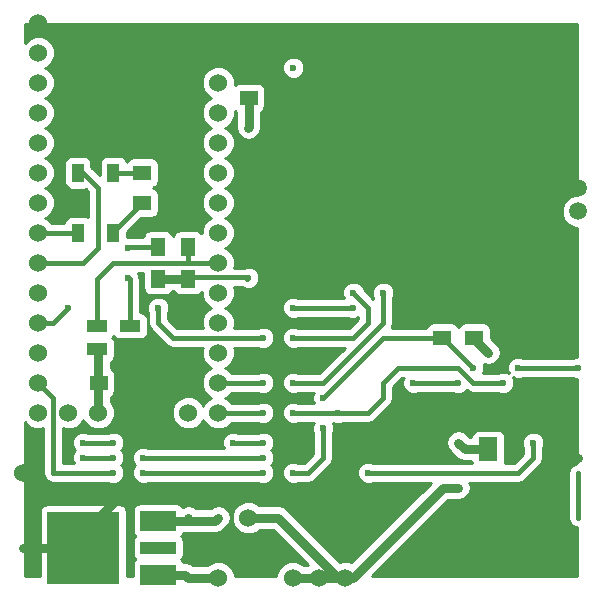
<source format=gbl>
G04 #@! TF.FileFunction,Copper,L2,Bot,Signal*
%FSLAX46Y46*%
G04 Gerber Fmt 4.6, Leading zero omitted, Abs format (unit mm)*
G04 Created by KiCad (PCBNEW 4.0.2-stable) date Saturday, 16 July 2016 'pmt' 14:41:27*
%MOMM*%
G01*
G04 APERTURE LIST*
%ADD10C,0.100000*%
%ADD11C,1.500000*%
%ADD12R,1.000000X1.600000*%
%ADD13R,1.500000X1.300000*%
%ADD14R,1.300000X1.500000*%
%ADD15C,1.524000*%
%ADD16R,1.800000X1.000000*%
%ADD17R,3.048000X1.000000*%
%ADD18R,3.048000X1.651000*%
%ADD19R,6.096000X6.096000*%
%ADD20R,1.500000X1.250000*%
%ADD21R,1.600000X2.000000*%
%ADD22C,0.600000*%
%ADD23C,0.400000*%
%ADD24C,0.800000*%
%ADD25C,0.250000*%
%ADD26C,0.254000*%
G04 APERTURE END LIST*
D10*
D11*
X95250000Y-38100000D03*
X95250000Y-40100000D03*
D12*
X52880000Y-41910000D03*
X55880000Y-41910000D03*
X52880000Y-36830000D03*
X55880000Y-36830000D03*
D13*
X58340000Y-39370000D03*
X61040000Y-39370000D03*
X58340000Y-36830000D03*
X61040000Y-36830000D03*
X86440000Y-50800000D03*
X83740000Y-50800000D03*
D14*
X62230000Y-45800000D03*
X62230000Y-43100000D03*
X59690000Y-45800000D03*
X59690000Y-43100000D03*
D15*
X49530000Y-24130000D03*
X49530000Y-26670000D03*
X49530000Y-29210000D03*
X49530000Y-31750000D03*
X49530000Y-34290000D03*
X49530000Y-36830000D03*
X49530000Y-39370000D03*
X49530000Y-41910000D03*
X49530000Y-44450000D03*
X49530000Y-46990000D03*
X49530000Y-49530000D03*
X49530000Y-52070000D03*
X49530000Y-54610000D03*
X49530000Y-57150000D03*
X64770000Y-57150000D03*
X64770000Y-54610000D03*
X64770000Y-52070000D03*
X64770000Y-49530000D03*
X64770000Y-46990000D03*
X64770000Y-44450000D03*
X64770000Y-41910000D03*
X64770000Y-39370000D03*
X64770000Y-36830000D03*
X64770000Y-34290000D03*
X64770000Y-31750000D03*
X64770000Y-29210000D03*
X54610000Y-57150000D03*
X62230000Y-57150000D03*
X64770000Y-26670000D03*
X57150000Y-57150000D03*
X52070000Y-57150000D03*
D16*
X54480000Y-51800000D03*
X54480000Y-49800000D03*
X57280000Y-49800000D03*
X57280000Y-51800000D03*
D17*
X59690000Y-68580000D03*
D18*
X59690000Y-66294000D03*
D19*
X53340000Y-68580000D03*
D18*
X59690000Y-70866000D03*
D20*
X54630000Y-54610000D03*
X57130000Y-54610000D03*
D21*
X87630000Y-60230000D03*
X87630000Y-64230000D03*
D20*
X67330000Y-30480000D03*
X69830000Y-30480000D03*
D15*
X48260000Y-62230000D03*
X74930000Y-66040000D03*
X73660000Y-63500000D03*
X76200000Y-63500000D03*
X75530000Y-71120000D03*
X73290000Y-71120000D03*
X67310000Y-66040000D03*
X71050000Y-71120000D03*
X64770000Y-71120000D03*
D22*
X71120000Y-27940000D03*
X93980000Y-59690000D03*
X95250000Y-60960000D03*
X92710000Y-60960000D03*
X87630000Y-69850000D03*
X88900000Y-38100000D03*
X78740000Y-40640000D03*
X48260000Y-68580000D03*
X69850000Y-63500000D03*
X72390000Y-26670000D03*
X71120000Y-26670000D03*
X62230000Y-71120000D03*
X85090000Y-63500000D03*
X67310000Y-45720000D03*
X67310000Y-33020000D03*
X85090000Y-59690000D03*
X62230000Y-66040000D03*
X64770000Y-66040000D03*
X87630000Y-52070000D03*
X53340000Y-59690000D03*
X55880000Y-59690000D03*
X66040000Y-59690000D03*
X68580000Y-59690000D03*
X81280000Y-54610000D03*
X85090000Y-54610000D03*
X73660000Y-55880000D03*
X73660000Y-58420000D03*
X71120000Y-62230000D03*
X68580000Y-62230000D03*
X58420000Y-62230000D03*
X55880000Y-62230000D03*
X86360000Y-53340000D03*
X74930000Y-57150000D03*
X88900000Y-54610000D03*
X71120000Y-57150000D03*
X68580000Y-57150000D03*
X95250000Y-53340000D03*
X90170000Y-53340000D03*
X71120000Y-48260000D03*
X76200000Y-48260000D03*
X77470000Y-62230000D03*
X91440000Y-59690000D03*
X68580000Y-60960000D03*
X58420000Y-60960000D03*
X55880000Y-60960000D03*
X53340000Y-60960000D03*
X52070000Y-48260000D03*
X59690000Y-48260000D03*
X68580000Y-50800000D03*
X71120000Y-50800000D03*
X76200000Y-46990000D03*
X68580000Y-54610000D03*
X71120000Y-54610000D03*
X78740000Y-46990000D03*
X57150000Y-43180000D03*
X57150000Y-45720000D03*
D23*
X95250000Y-62230000D02*
X95250000Y-64770000D01*
X95250000Y-64770000D02*
X95250000Y-66040000D01*
D24*
X92710000Y-60960000D02*
X95250000Y-60960000D01*
X87630000Y-64230000D02*
X87630000Y-69850000D01*
X61040000Y-36830000D02*
X61040000Y-27860000D01*
X62230000Y-26670000D02*
X64770000Y-26670000D01*
X61040000Y-27860000D02*
X62230000Y-26670000D01*
X61040000Y-39370000D02*
X61040000Y-36830000D01*
X57150000Y-57150000D02*
X57150000Y-51930000D01*
X57150000Y-51930000D02*
X57280000Y-51800000D01*
X53340000Y-68580000D02*
X48260000Y-68580000D01*
X57150000Y-63500000D02*
X69850000Y-63500000D01*
X53340000Y-68580000D02*
X53340000Y-67310000D01*
X53340000Y-67310000D02*
X57150000Y-63500000D01*
X57150000Y-63500000D02*
X57150000Y-57150000D01*
X68580000Y-26670000D02*
X72390000Y-26670000D01*
X69850000Y-26670000D02*
X64770000Y-26670000D01*
X69850000Y-63500000D02*
X69850000Y-26670000D01*
X64770000Y-26670000D02*
X71120000Y-26670000D01*
X64770000Y-71120000D02*
X62230000Y-71120000D01*
X61976000Y-70866000D02*
X59690000Y-70866000D01*
X62230000Y-71120000D02*
X61976000Y-70866000D01*
X83820000Y-63500000D02*
X85090000Y-63500000D01*
X76200000Y-71120000D02*
X83820000Y-63500000D01*
X75530000Y-71120000D02*
X76200000Y-71120000D01*
D23*
X60960000Y-45700000D02*
X67230000Y-45700000D01*
X67230000Y-45800000D02*
X67310000Y-45720000D01*
D24*
X75530000Y-71120000D02*
X73290000Y-71120000D01*
X73290000Y-71120000D02*
X71050000Y-71120000D01*
X75530000Y-71120000D02*
X74930000Y-71120000D01*
X74930000Y-71120000D02*
X69850000Y-66040000D01*
X69850000Y-66040000D02*
X67310000Y-66040000D01*
X67330000Y-30480000D02*
X67330000Y-33000000D01*
X67330000Y-33000000D02*
X67310000Y-33020000D01*
X87630000Y-60230000D02*
X85630000Y-60230000D01*
X85630000Y-60230000D02*
X85090000Y-59690000D01*
X59690000Y-45800000D02*
X60960000Y-45800000D01*
X60960000Y-45800000D02*
X62230000Y-45800000D01*
X54610000Y-57150000D02*
X54610000Y-51930000D01*
X54610000Y-51930000D02*
X54480000Y-51800000D01*
X62230000Y-66040000D02*
X62230000Y-66294000D01*
X62230000Y-66294000D02*
X62230000Y-66040000D01*
X62230000Y-66040000D02*
X62230000Y-66294000D01*
X62230000Y-66294000D02*
X64516000Y-66294000D01*
X59690000Y-66294000D02*
X62230000Y-66294000D01*
X64516000Y-66294000D02*
X64770000Y-66040000D01*
X86440000Y-50800000D02*
X86440000Y-50880000D01*
X86440000Y-50880000D02*
X87630000Y-52070000D01*
D23*
X49530000Y-41910000D02*
X52880000Y-41910000D01*
X55880000Y-41910000D02*
X55880000Y-41830000D01*
X55880000Y-41830000D02*
X58340000Y-39370000D01*
X52880000Y-36830000D02*
X53340000Y-36830000D01*
X53340000Y-36830000D02*
X54610000Y-38100000D01*
X54610000Y-38100000D02*
X54610000Y-43180000D01*
X54610000Y-43180000D02*
X53340000Y-44450000D01*
X53340000Y-44450000D02*
X49530000Y-44450000D01*
X55880000Y-36830000D02*
X58340000Y-36830000D01*
X53340000Y-59690000D02*
X55880000Y-59690000D01*
X66040000Y-59690000D02*
X68580000Y-59690000D01*
X81280000Y-54610000D02*
X85090000Y-54610000D01*
X71120000Y-62230000D02*
X72390000Y-62230000D01*
X72390000Y-62230000D02*
X73660000Y-60960000D01*
X73660000Y-60960000D02*
X73660000Y-58420000D01*
X49530000Y-54610000D02*
X50800000Y-55880000D01*
X78740000Y-50800000D02*
X83740000Y-50800000D01*
X73660000Y-55880000D02*
X78740000Y-50800000D01*
X73660000Y-60960000D02*
X73660000Y-58420000D01*
X58420000Y-62230000D02*
X68580000Y-62230000D01*
X50800000Y-62230000D02*
X55880000Y-62230000D01*
X50800000Y-55880000D02*
X50800000Y-62230000D01*
D25*
X83740000Y-50800000D02*
X83820000Y-50800000D01*
D23*
X83820000Y-50800000D02*
X86360000Y-53340000D01*
X71120000Y-57150000D02*
X74930000Y-57150000D01*
X74930000Y-57150000D02*
X77470000Y-57150000D01*
X88900000Y-54610000D02*
X86360000Y-54610000D01*
X86360000Y-54610000D02*
X85090000Y-53340000D01*
X64770000Y-57150000D02*
X68580000Y-57150000D01*
X81280000Y-53340000D02*
X85090000Y-53340000D01*
X80010000Y-53340000D02*
X81280000Y-53340000D01*
X78740000Y-54610000D02*
X80010000Y-53340000D01*
X78740000Y-55880000D02*
X78740000Y-54610000D01*
X77470000Y-57150000D02*
X78740000Y-55880000D01*
X95250000Y-53340000D02*
X90170000Y-53340000D01*
X71120000Y-48260000D02*
X76200000Y-48260000D01*
X77470000Y-62230000D02*
X90170000Y-62230000D01*
X90170000Y-62230000D02*
X91440000Y-60960000D01*
X91440000Y-60960000D02*
X91440000Y-59690000D01*
X58420000Y-60960000D02*
X68580000Y-60960000D01*
X53340000Y-60960000D02*
X55880000Y-60960000D01*
X50800000Y-49530000D02*
X49530000Y-49530000D01*
X52070000Y-48260000D02*
X50800000Y-49530000D01*
X59690000Y-49530000D02*
X59690000Y-48260000D01*
X60960000Y-50800000D02*
X59690000Y-49530000D01*
X68580000Y-50800000D02*
X60960000Y-50800000D01*
X76200000Y-50800000D02*
X71120000Y-50800000D01*
X77470000Y-49530000D02*
X76200000Y-50800000D01*
X77470000Y-48260000D02*
X77470000Y-49530000D01*
X76200000Y-46990000D02*
X77470000Y-48260000D01*
X71120000Y-54610000D02*
X73660000Y-54610000D01*
X68580000Y-54610000D02*
X64770000Y-54610000D01*
X78740000Y-49530000D02*
X78740000Y-46990000D01*
X73660000Y-54610000D02*
X78740000Y-49530000D01*
X59690000Y-43100000D02*
X57230000Y-43100000D01*
X57230000Y-43100000D02*
X57150000Y-43180000D01*
X57280000Y-49800000D02*
X57280000Y-45850000D01*
X57280000Y-45850000D02*
X57150000Y-45720000D01*
X62230000Y-43100000D02*
X62230000Y-44450000D01*
X55880000Y-44450000D02*
X62230000Y-44450000D01*
X62230000Y-44450000D02*
X64770000Y-44450000D01*
X54480000Y-45850000D02*
X55880000Y-44450000D01*
X54480000Y-49800000D02*
X54480000Y-45850000D01*
D26*
G36*
X95123000Y-38714889D02*
X94975715Y-38714760D01*
X94466485Y-38925169D01*
X94076539Y-39314436D01*
X93865241Y-39823298D01*
X93864760Y-40374285D01*
X94075169Y-40883515D01*
X94464436Y-41273461D01*
X94973298Y-41484759D01*
X95123000Y-41484890D01*
X95123000Y-52404889D01*
X95064833Y-52404838D01*
X94822422Y-52505000D01*
X90597234Y-52505000D01*
X90356799Y-52405162D01*
X89984833Y-52404838D01*
X89641057Y-52546883D01*
X89377808Y-52809673D01*
X89235162Y-53153201D01*
X89234838Y-53525167D01*
X89340310Y-53780430D01*
X89086799Y-53675162D01*
X88714833Y-53674838D01*
X88472422Y-53775000D01*
X87191775Y-53775000D01*
X87294838Y-53526799D01*
X87295162Y-53154833D01*
X87242743Y-53027969D01*
X87630000Y-53105001D01*
X88026077Y-53026215D01*
X88361855Y-52801855D01*
X88586215Y-52466077D01*
X88665001Y-52070000D01*
X88586215Y-51673923D01*
X88361855Y-51338144D01*
X87837440Y-50813729D01*
X87837440Y-50150000D01*
X87793162Y-49914683D01*
X87654090Y-49698559D01*
X87441890Y-49553569D01*
X87190000Y-49502560D01*
X85690000Y-49502560D01*
X85454683Y-49546838D01*
X85238559Y-49685910D01*
X85093569Y-49898110D01*
X85090919Y-49911197D01*
X84954090Y-49698559D01*
X84741890Y-49553569D01*
X84490000Y-49502560D01*
X82990000Y-49502560D01*
X82754683Y-49546838D01*
X82538559Y-49685910D01*
X82393569Y-49898110D01*
X82380023Y-49965000D01*
X79434292Y-49965000D01*
X79511439Y-49849541D01*
X79575000Y-49530000D01*
X79575000Y-47417234D01*
X79674838Y-47176799D01*
X79675162Y-46804833D01*
X79533117Y-46461057D01*
X79270327Y-46197808D01*
X78926799Y-46055162D01*
X78554833Y-46054838D01*
X78211057Y-46196883D01*
X77947808Y-46459673D01*
X77805162Y-46803201D01*
X77804838Y-47175167D01*
X77905000Y-47417578D01*
X77905000Y-47514132D01*
X77092535Y-46701667D01*
X76993117Y-46461057D01*
X76730327Y-46197808D01*
X76386799Y-46055162D01*
X76014833Y-46054838D01*
X75671057Y-46196883D01*
X75407808Y-46459673D01*
X75265162Y-46803201D01*
X75264838Y-47175167D01*
X75368067Y-47425000D01*
X71547234Y-47425000D01*
X71306799Y-47325162D01*
X70934833Y-47324838D01*
X70591057Y-47466883D01*
X70327808Y-47729673D01*
X70185162Y-48073201D01*
X70184838Y-48445167D01*
X70326883Y-48788943D01*
X70589673Y-49052192D01*
X70933201Y-49194838D01*
X71305167Y-49195162D01*
X71547578Y-49095000D01*
X75772766Y-49095000D01*
X76013201Y-49194838D01*
X76385167Y-49195162D01*
X76635000Y-49091933D01*
X76635000Y-49184132D01*
X75854132Y-49965000D01*
X71547234Y-49965000D01*
X71306799Y-49865162D01*
X70934833Y-49864838D01*
X70591057Y-50006883D01*
X70327808Y-50269673D01*
X70185162Y-50613201D01*
X70184838Y-50985167D01*
X70326883Y-51328943D01*
X70589673Y-51592192D01*
X70933201Y-51734838D01*
X71305167Y-51735162D01*
X71547578Y-51635000D01*
X75454132Y-51635000D01*
X73314132Y-53775000D01*
X71547234Y-53775000D01*
X71306799Y-53675162D01*
X70934833Y-53674838D01*
X70591057Y-53816883D01*
X70327808Y-54079673D01*
X70185162Y-54423201D01*
X70184838Y-54795167D01*
X70326883Y-55138943D01*
X70589673Y-55402192D01*
X70933201Y-55544838D01*
X71305167Y-55545162D01*
X71547578Y-55445000D01*
X72828225Y-55445000D01*
X72725162Y-55693201D01*
X72724838Y-56065167D01*
X72828067Y-56315000D01*
X71547234Y-56315000D01*
X71306799Y-56215162D01*
X70934833Y-56214838D01*
X70591057Y-56356883D01*
X70327808Y-56619673D01*
X70185162Y-56963201D01*
X70184838Y-57335167D01*
X70326883Y-57678943D01*
X70589673Y-57942192D01*
X70933201Y-58084838D01*
X71305167Y-58085162D01*
X71547578Y-57985000D01*
X72828225Y-57985000D01*
X72725162Y-58233201D01*
X72724838Y-58605167D01*
X72825000Y-58847578D01*
X72825000Y-60614132D01*
X72044132Y-61395000D01*
X71547234Y-61395000D01*
X71306799Y-61295162D01*
X70934833Y-61294838D01*
X70591057Y-61436883D01*
X70327808Y-61699673D01*
X70185162Y-62043201D01*
X70184838Y-62415167D01*
X70326883Y-62758943D01*
X70589673Y-63022192D01*
X70933201Y-63164838D01*
X71305167Y-63165162D01*
X71547578Y-63065000D01*
X72390000Y-63065000D01*
X72709541Y-63001439D01*
X72980434Y-62820434D01*
X74250434Y-61550434D01*
X74291521Y-61488943D01*
X74431439Y-61279541D01*
X74495000Y-60960000D01*
X74495000Y-58847234D01*
X74594838Y-58606799D01*
X74595162Y-58234833D01*
X74491933Y-57985000D01*
X74502766Y-57985000D01*
X74743201Y-58084838D01*
X75115167Y-58085162D01*
X75357578Y-57985000D01*
X77470000Y-57985000D01*
X77789541Y-57921439D01*
X78060434Y-57740434D01*
X79330434Y-56470434D01*
X79371521Y-56408943D01*
X79511439Y-56199541D01*
X79575000Y-55880000D01*
X79575000Y-54955868D01*
X80355868Y-54175000D01*
X80448225Y-54175000D01*
X80345162Y-54423201D01*
X80344838Y-54795167D01*
X80486883Y-55138943D01*
X80749673Y-55402192D01*
X81093201Y-55544838D01*
X81465167Y-55545162D01*
X81707578Y-55445000D01*
X84662766Y-55445000D01*
X84903201Y-55544838D01*
X85275167Y-55545162D01*
X85618943Y-55403117D01*
X85800964Y-55221413D01*
X86040459Y-55381439D01*
X86360000Y-55445000D01*
X88472766Y-55445000D01*
X88713201Y-55544838D01*
X89085167Y-55545162D01*
X89428943Y-55403117D01*
X89692192Y-55140327D01*
X89834838Y-54796799D01*
X89835162Y-54424833D01*
X89729690Y-54169570D01*
X89983201Y-54274838D01*
X90355167Y-54275162D01*
X90597578Y-54175000D01*
X94822766Y-54175000D01*
X95063201Y-54274838D01*
X95123000Y-54274890D01*
X95123000Y-61420262D01*
X94930459Y-61458561D01*
X94659566Y-61639566D01*
X94478561Y-61910459D01*
X94415000Y-62230000D01*
X94415000Y-66040000D01*
X94478561Y-66359541D01*
X94659566Y-66630434D01*
X94930459Y-66811439D01*
X95123000Y-66849738D01*
X95123000Y-70993000D01*
X77790712Y-70993000D01*
X84248711Y-64535000D01*
X85090000Y-64535000D01*
X85486077Y-64456215D01*
X85821856Y-64231856D01*
X86046215Y-63896077D01*
X86125000Y-63500000D01*
X86046215Y-63103923D01*
X86020208Y-63065000D01*
X90170000Y-63065000D01*
X90489541Y-63001439D01*
X90760434Y-62820434D01*
X92030434Y-61550434D01*
X92071521Y-61488943D01*
X92211439Y-61279541D01*
X92275000Y-60960000D01*
X92275000Y-60117234D01*
X92374838Y-59876799D01*
X92375162Y-59504833D01*
X92233117Y-59161057D01*
X91970327Y-58897808D01*
X91626799Y-58755162D01*
X91254833Y-58754838D01*
X90911057Y-58896883D01*
X90647808Y-59159673D01*
X90505162Y-59503201D01*
X90504838Y-59875167D01*
X90605000Y-60117578D01*
X90605000Y-60614132D01*
X89824132Y-61395000D01*
X89044027Y-61395000D01*
X89077440Y-61230000D01*
X89077440Y-59230000D01*
X89033162Y-58994683D01*
X88894090Y-58778559D01*
X88681890Y-58633569D01*
X88430000Y-58582560D01*
X86830000Y-58582560D01*
X86594683Y-58626838D01*
X86378559Y-58765910D01*
X86233569Y-58978110D01*
X86189648Y-59195000D01*
X86058712Y-59195000D01*
X85821856Y-58958144D01*
X85486077Y-58733785D01*
X85090000Y-58654999D01*
X84693923Y-58733785D01*
X84358144Y-58958144D01*
X84133785Y-59293923D01*
X84054999Y-59690000D01*
X84133785Y-60086077D01*
X84358144Y-60421856D01*
X84898142Y-60961853D01*
X84898144Y-60961856D01*
X85099429Y-61096349D01*
X85233922Y-61186215D01*
X85630000Y-61265000D01*
X86189146Y-61265000D01*
X86213607Y-61395000D01*
X77897234Y-61395000D01*
X77656799Y-61295162D01*
X77284833Y-61294838D01*
X76941057Y-61436883D01*
X76677808Y-61699673D01*
X76535162Y-62043201D01*
X76534838Y-62415167D01*
X76676883Y-62758943D01*
X76939673Y-63022192D01*
X77283201Y-63164838D01*
X77655167Y-63165162D01*
X77897578Y-63065000D01*
X82791289Y-63065000D01*
X76037998Y-69818290D01*
X75809100Y-69723243D01*
X75253339Y-69722758D01*
X75071573Y-69797862D01*
X70581856Y-65308144D01*
X70246077Y-65083785D01*
X69850000Y-65004999D01*
X69849995Y-65005000D01*
X68250740Y-65005000D01*
X68102370Y-64856371D01*
X67589100Y-64643243D01*
X67033339Y-64642758D01*
X66519697Y-64854990D01*
X66126371Y-65247630D01*
X65913243Y-65760900D01*
X65912758Y-66316661D01*
X66124990Y-66830303D01*
X66517630Y-67223629D01*
X67030900Y-67436757D01*
X67586661Y-67437242D01*
X68100303Y-67225010D01*
X68250575Y-67075000D01*
X69421288Y-67075000D01*
X72390393Y-70044104D01*
X72349425Y-70085000D01*
X71990740Y-70085000D01*
X71842370Y-69936371D01*
X71329100Y-69723243D01*
X70773339Y-69722758D01*
X70259697Y-69934990D01*
X69866371Y-70327630D01*
X69653243Y-70840900D01*
X69653110Y-70993000D01*
X66167111Y-70993000D01*
X66167242Y-70843339D01*
X65955010Y-70329697D01*
X65562370Y-69936371D01*
X65049100Y-69723243D01*
X64493339Y-69722758D01*
X63979697Y-69934990D01*
X63829425Y-70085000D01*
X62634306Y-70085000D01*
X62372077Y-69909785D01*
X61976000Y-69830999D01*
X61975995Y-69831000D01*
X61822020Y-69831000D01*
X61817162Y-69805183D01*
X61678090Y-69589059D01*
X61638061Y-69561708D01*
X61665441Y-69544090D01*
X61810431Y-69331890D01*
X61861440Y-69080000D01*
X61861440Y-68080000D01*
X61817162Y-67844683D01*
X61678090Y-67628559D01*
X61638061Y-67601208D01*
X61665441Y-67583590D01*
X61810431Y-67371390D01*
X61819015Y-67329000D01*
X64515995Y-67329000D01*
X64516000Y-67329001D01*
X64912077Y-67250215D01*
X65247856Y-67025856D01*
X65501855Y-66771856D01*
X65726215Y-66436078D01*
X65805001Y-66040000D01*
X65726215Y-65643923D01*
X65501855Y-65308145D01*
X65166077Y-65083785D01*
X64770000Y-65004999D01*
X64373922Y-65083785D01*
X64111695Y-65259000D01*
X62888306Y-65259000D01*
X62626077Y-65083785D01*
X62230000Y-65005000D01*
X61833923Y-65083785D01*
X61754972Y-65136538D01*
X61678090Y-65017059D01*
X61465890Y-64872069D01*
X61214000Y-64821060D01*
X58166000Y-64821060D01*
X57930683Y-64865338D01*
X57714559Y-65004410D01*
X57569569Y-65216610D01*
X57518560Y-65468500D01*
X57518560Y-67119500D01*
X57562838Y-67354817D01*
X57701910Y-67570941D01*
X57741939Y-67598292D01*
X57714559Y-67615910D01*
X57569569Y-67828110D01*
X57518560Y-68080000D01*
X57518560Y-69080000D01*
X57562838Y-69315317D01*
X57701910Y-69531441D01*
X57741939Y-69558792D01*
X57714559Y-69576410D01*
X57569569Y-69788610D01*
X57518560Y-70040500D01*
X57518560Y-70993000D01*
X57035440Y-70993000D01*
X57035440Y-65532000D01*
X56991162Y-65296683D01*
X56852090Y-65080559D01*
X56639890Y-64935569D01*
X56388000Y-64884560D01*
X50292000Y-64884560D01*
X50056683Y-64928838D01*
X49840559Y-65067910D01*
X49695569Y-65280110D01*
X49644560Y-65532000D01*
X49644560Y-70993000D01*
X48387000Y-70993000D01*
X48387000Y-57982386D01*
X48737630Y-58333629D01*
X49250900Y-58546757D01*
X49806661Y-58547242D01*
X49965000Y-58481818D01*
X49965000Y-62230000D01*
X50028561Y-62549541D01*
X50209566Y-62820434D01*
X50480459Y-63001439D01*
X50800000Y-63065000D01*
X55452766Y-63065000D01*
X55693201Y-63164838D01*
X56065167Y-63165162D01*
X56408943Y-63023117D01*
X56672192Y-62760327D01*
X56814838Y-62416799D01*
X56815162Y-62044833D01*
X56673117Y-61701057D01*
X56567290Y-61595046D01*
X56672192Y-61490327D01*
X56814838Y-61146799D01*
X56814839Y-61145167D01*
X57484838Y-61145167D01*
X57626883Y-61488943D01*
X57732710Y-61594954D01*
X57627808Y-61699673D01*
X57485162Y-62043201D01*
X57484838Y-62415167D01*
X57626883Y-62758943D01*
X57889673Y-63022192D01*
X58233201Y-63164838D01*
X58605167Y-63165162D01*
X58847578Y-63065000D01*
X68152766Y-63065000D01*
X68393201Y-63164838D01*
X68765167Y-63165162D01*
X69108943Y-63023117D01*
X69372192Y-62760327D01*
X69514838Y-62416799D01*
X69515162Y-62044833D01*
X69373117Y-61701057D01*
X69267290Y-61595046D01*
X69372192Y-61490327D01*
X69514838Y-61146799D01*
X69515162Y-60774833D01*
X69373117Y-60431057D01*
X69267290Y-60325046D01*
X69372192Y-60220327D01*
X69514838Y-59876799D01*
X69515162Y-59504833D01*
X69373117Y-59161057D01*
X69110327Y-58897808D01*
X68766799Y-58755162D01*
X68394833Y-58754838D01*
X68152422Y-58855000D01*
X66467234Y-58855000D01*
X66226799Y-58755162D01*
X65854833Y-58754838D01*
X65511057Y-58896883D01*
X65247808Y-59159673D01*
X65105162Y-59503201D01*
X65104838Y-59875167D01*
X65208067Y-60125000D01*
X58847234Y-60125000D01*
X58606799Y-60025162D01*
X58234833Y-60024838D01*
X57891057Y-60166883D01*
X57627808Y-60429673D01*
X57485162Y-60773201D01*
X57484838Y-61145167D01*
X56814839Y-61145167D01*
X56815162Y-60774833D01*
X56673117Y-60431057D01*
X56567290Y-60325046D01*
X56672192Y-60220327D01*
X56814838Y-59876799D01*
X56815162Y-59504833D01*
X56673117Y-59161057D01*
X56410327Y-58897808D01*
X56066799Y-58755162D01*
X55694833Y-58754838D01*
X55452422Y-58855000D01*
X53767234Y-58855000D01*
X53526799Y-58755162D01*
X53154833Y-58754838D01*
X52811057Y-58896883D01*
X52547808Y-59159673D01*
X52405162Y-59503201D01*
X52404838Y-59875167D01*
X52546883Y-60218943D01*
X52652710Y-60324954D01*
X52547808Y-60429673D01*
X52405162Y-60773201D01*
X52404838Y-61145167D01*
X52508067Y-61395000D01*
X51635000Y-61395000D01*
X51635000Y-58482022D01*
X51790900Y-58546757D01*
X52346661Y-58547242D01*
X52860303Y-58335010D01*
X53253629Y-57942370D01*
X53339949Y-57734488D01*
X53424990Y-57940303D01*
X53817630Y-58333629D01*
X54330900Y-58546757D01*
X54886661Y-58547242D01*
X55400303Y-58335010D01*
X55793629Y-57942370D01*
X56006757Y-57429100D01*
X56007242Y-56873339D01*
X55795010Y-56359697D01*
X55645000Y-56209425D01*
X55645000Y-55819062D01*
X55831441Y-55699090D01*
X55976431Y-55486890D01*
X56027440Y-55235000D01*
X56027440Y-53985000D01*
X55983162Y-53749683D01*
X55844090Y-53533559D01*
X55645000Y-53397527D01*
X55645000Y-52884062D01*
X55831441Y-52764090D01*
X55976431Y-52551890D01*
X56027440Y-52300000D01*
X56027440Y-51300000D01*
X55983162Y-51064683D01*
X55844090Y-50848559D01*
X55774289Y-50800866D01*
X55831441Y-50764090D01*
X55879134Y-50694289D01*
X55915910Y-50751441D01*
X56128110Y-50896431D01*
X56380000Y-50947440D01*
X58180000Y-50947440D01*
X58415317Y-50903162D01*
X58631441Y-50764090D01*
X58776431Y-50551890D01*
X58827440Y-50300000D01*
X58827440Y-49300000D01*
X58783162Y-49064683D01*
X58644090Y-48848559D01*
X58431890Y-48703569D01*
X58180000Y-48652560D01*
X58115000Y-48652560D01*
X58115000Y-45850000D01*
X58105054Y-45800000D01*
X58085019Y-45699273D01*
X58085162Y-45534833D01*
X57981933Y-45285000D01*
X58392560Y-45285000D01*
X58392560Y-46550000D01*
X58436838Y-46785317D01*
X58575910Y-47001441D01*
X58788110Y-47146431D01*
X59040000Y-47197440D01*
X60340000Y-47197440D01*
X60575317Y-47153162D01*
X60791441Y-47014090D01*
X60913808Y-46835000D01*
X61008808Y-46835000D01*
X61115910Y-47001441D01*
X61328110Y-47146431D01*
X61580000Y-47197440D01*
X62880000Y-47197440D01*
X63115317Y-47153162D01*
X63331441Y-47014090D01*
X63373032Y-46953220D01*
X63372758Y-47266661D01*
X63584990Y-47780303D01*
X63977630Y-48173629D01*
X64185512Y-48259949D01*
X63979697Y-48344990D01*
X63586371Y-48737630D01*
X63373243Y-49250900D01*
X63372758Y-49806661D01*
X63438182Y-49965000D01*
X61305868Y-49965000D01*
X60525000Y-49184132D01*
X60525000Y-48687234D01*
X60624838Y-48446799D01*
X60625162Y-48074833D01*
X60483117Y-47731057D01*
X60220327Y-47467808D01*
X59876799Y-47325162D01*
X59504833Y-47324838D01*
X59161057Y-47466883D01*
X58897808Y-47729673D01*
X58755162Y-48073201D01*
X58754838Y-48445167D01*
X58855000Y-48687578D01*
X58855000Y-49530000D01*
X58918561Y-49849541D01*
X59045822Y-50040000D01*
X59099566Y-50120434D01*
X60369566Y-51390434D01*
X60640459Y-51571439D01*
X60960000Y-51635000D01*
X63437978Y-51635000D01*
X63373243Y-51790900D01*
X63372758Y-52346661D01*
X63584990Y-52860303D01*
X63977630Y-53253629D01*
X64185512Y-53339949D01*
X63979697Y-53424990D01*
X63586371Y-53817630D01*
X63373243Y-54330900D01*
X63372758Y-54886661D01*
X63584990Y-55400303D01*
X63977630Y-55793629D01*
X64185512Y-55879949D01*
X63979697Y-55964990D01*
X63586371Y-56357630D01*
X63500051Y-56565512D01*
X63415010Y-56359697D01*
X63022370Y-55966371D01*
X62509100Y-55753243D01*
X61953339Y-55752758D01*
X61439697Y-55964990D01*
X61046371Y-56357630D01*
X60833243Y-56870900D01*
X60832758Y-57426661D01*
X61044990Y-57940303D01*
X61437630Y-58333629D01*
X61950900Y-58546757D01*
X62506661Y-58547242D01*
X63020303Y-58335010D01*
X63413629Y-57942370D01*
X63499949Y-57734488D01*
X63584990Y-57940303D01*
X63977630Y-58333629D01*
X64490900Y-58546757D01*
X65046661Y-58547242D01*
X65560303Y-58335010D01*
X65910925Y-57985000D01*
X68152766Y-57985000D01*
X68393201Y-58084838D01*
X68765167Y-58085162D01*
X69108943Y-57943117D01*
X69372192Y-57680327D01*
X69514838Y-57336799D01*
X69515162Y-56964833D01*
X69373117Y-56621057D01*
X69110327Y-56357808D01*
X68766799Y-56215162D01*
X68394833Y-56214838D01*
X68152422Y-56315000D01*
X65910391Y-56315000D01*
X65562370Y-55966371D01*
X65354488Y-55880051D01*
X65560303Y-55795010D01*
X65910925Y-55445000D01*
X68152766Y-55445000D01*
X68393201Y-55544838D01*
X68765167Y-55545162D01*
X69108943Y-55403117D01*
X69372192Y-55140327D01*
X69514838Y-54796799D01*
X69515162Y-54424833D01*
X69373117Y-54081057D01*
X69110327Y-53817808D01*
X68766799Y-53675162D01*
X68394833Y-53674838D01*
X68152422Y-53775000D01*
X65910391Y-53775000D01*
X65562370Y-53426371D01*
X65354488Y-53340051D01*
X65560303Y-53255010D01*
X65953629Y-52862370D01*
X66166757Y-52349100D01*
X66167242Y-51793339D01*
X66101818Y-51635000D01*
X68152766Y-51635000D01*
X68393201Y-51734838D01*
X68765167Y-51735162D01*
X69108943Y-51593117D01*
X69372192Y-51330327D01*
X69514838Y-50986799D01*
X69515162Y-50614833D01*
X69373117Y-50271057D01*
X69110327Y-50007808D01*
X68766799Y-49865162D01*
X68394833Y-49864838D01*
X68152422Y-49965000D01*
X66102022Y-49965000D01*
X66166757Y-49809100D01*
X66167242Y-49253339D01*
X65955010Y-48739697D01*
X65562370Y-48346371D01*
X65354488Y-48260051D01*
X65560303Y-48175010D01*
X65953629Y-47782370D01*
X66166757Y-47269100D01*
X66167242Y-46713339D01*
X66093554Y-46535000D01*
X66834600Y-46535000D01*
X66890933Y-46558391D01*
X66910460Y-46571439D01*
X66933292Y-46575981D01*
X67123201Y-46654838D01*
X67495167Y-46655162D01*
X67838943Y-46513117D01*
X68102192Y-46250327D01*
X68244838Y-45906799D01*
X68245162Y-45534833D01*
X68103117Y-45191057D01*
X67840327Y-44927808D01*
X67496799Y-44785162D01*
X67124833Y-44784838D01*
X66930826Y-44865000D01*
X66110326Y-44865000D01*
X66166757Y-44729100D01*
X66167242Y-44173339D01*
X65955010Y-43659697D01*
X65562370Y-43266371D01*
X65354488Y-43180051D01*
X65560303Y-43095010D01*
X65953629Y-42702370D01*
X66166757Y-42189100D01*
X66167242Y-41633339D01*
X65955010Y-41119697D01*
X65562370Y-40726371D01*
X65354488Y-40640051D01*
X65560303Y-40555010D01*
X65953629Y-40162370D01*
X66166757Y-39649100D01*
X66167242Y-39093339D01*
X65955010Y-38579697D01*
X65562370Y-38186371D01*
X65354488Y-38100051D01*
X65560303Y-38015010D01*
X65953629Y-37622370D01*
X66166757Y-37109100D01*
X66167242Y-36553339D01*
X65955010Y-36039697D01*
X65562370Y-35646371D01*
X65354488Y-35560051D01*
X65560303Y-35475010D01*
X65953629Y-35082370D01*
X66166757Y-34569100D01*
X66167242Y-34013339D01*
X65955010Y-33499697D01*
X65562370Y-33106371D01*
X65354488Y-33020051D01*
X65560303Y-32935010D01*
X65953629Y-32542370D01*
X66166757Y-32029100D01*
X66167139Y-31591444D01*
X66295000Y-31678808D01*
X66295000Y-32919450D01*
X66274999Y-33020000D01*
X66353785Y-33416077D01*
X66578144Y-33751856D01*
X66913923Y-33976215D01*
X67310000Y-34055001D01*
X67706077Y-33976215D01*
X68041856Y-33751856D01*
X68061853Y-33731858D01*
X68061856Y-33731856D01*
X68272852Y-33416077D01*
X68286215Y-33396078D01*
X68365000Y-33000000D01*
X68365000Y-31676192D01*
X68531441Y-31569090D01*
X68676431Y-31356890D01*
X68727440Y-31105000D01*
X68727440Y-29855000D01*
X68683162Y-29619683D01*
X68544090Y-29403559D01*
X68331890Y-29258569D01*
X68080000Y-29207560D01*
X66580000Y-29207560D01*
X66344683Y-29251838D01*
X66166864Y-29366261D01*
X66167242Y-28933339D01*
X65955010Y-28419697D01*
X65660994Y-28125167D01*
X70184838Y-28125167D01*
X70326883Y-28468943D01*
X70589673Y-28732192D01*
X70933201Y-28874838D01*
X71305167Y-28875162D01*
X71648943Y-28733117D01*
X71912192Y-28470327D01*
X72054838Y-28126799D01*
X72055162Y-27754833D01*
X71913117Y-27411057D01*
X71650327Y-27147808D01*
X71306799Y-27005162D01*
X70934833Y-27004838D01*
X70591057Y-27146883D01*
X70327808Y-27409673D01*
X70185162Y-27753201D01*
X70184838Y-28125167D01*
X65660994Y-28125167D01*
X65562370Y-28026371D01*
X65049100Y-27813243D01*
X64493339Y-27812758D01*
X63979697Y-28024990D01*
X63586371Y-28417630D01*
X63373243Y-28930900D01*
X63372758Y-29486661D01*
X63584990Y-30000303D01*
X63977630Y-30393629D01*
X64185512Y-30479949D01*
X63979697Y-30564990D01*
X63586371Y-30957630D01*
X63373243Y-31470900D01*
X63372758Y-32026661D01*
X63584990Y-32540303D01*
X63977630Y-32933629D01*
X64185512Y-33019949D01*
X63979697Y-33104990D01*
X63586371Y-33497630D01*
X63373243Y-34010900D01*
X63372758Y-34566661D01*
X63584990Y-35080303D01*
X63977630Y-35473629D01*
X64185512Y-35559949D01*
X63979697Y-35644990D01*
X63586371Y-36037630D01*
X63373243Y-36550900D01*
X63372758Y-37106661D01*
X63584990Y-37620303D01*
X63977630Y-38013629D01*
X64185512Y-38099949D01*
X63979697Y-38184990D01*
X63586371Y-38577630D01*
X63373243Y-39090900D01*
X63372758Y-39646661D01*
X63584990Y-40160303D01*
X63977630Y-40553629D01*
X64185512Y-40639949D01*
X63979697Y-40724990D01*
X63586371Y-41117630D01*
X63373243Y-41630900D01*
X63372970Y-41943440D01*
X63344090Y-41898559D01*
X63131890Y-41753569D01*
X62880000Y-41702560D01*
X61580000Y-41702560D01*
X61344683Y-41746838D01*
X61128559Y-41885910D01*
X60983569Y-42098110D01*
X60961007Y-42209523D01*
X60943162Y-42114683D01*
X60804090Y-41898559D01*
X60591890Y-41753569D01*
X60340000Y-41702560D01*
X59040000Y-41702560D01*
X58804683Y-41746838D01*
X58588559Y-41885910D01*
X58443569Y-42098110D01*
X58409773Y-42265000D01*
X57384574Y-42265000D01*
X57336799Y-42245162D01*
X57027440Y-42244893D01*
X57027440Y-41863428D01*
X58223428Y-40667440D01*
X59090000Y-40667440D01*
X59325317Y-40623162D01*
X59541441Y-40484090D01*
X59686431Y-40271890D01*
X59737440Y-40020000D01*
X59737440Y-38720000D01*
X59693162Y-38484683D01*
X59554090Y-38268559D01*
X59341890Y-38123569D01*
X59230477Y-38101007D01*
X59325317Y-38083162D01*
X59541441Y-37944090D01*
X59686431Y-37731890D01*
X59737440Y-37480000D01*
X59737440Y-36180000D01*
X59693162Y-35944683D01*
X59554090Y-35728559D01*
X59341890Y-35583569D01*
X59090000Y-35532560D01*
X57590000Y-35532560D01*
X57354683Y-35576838D01*
X57138559Y-35715910D01*
X57005094Y-35911242D01*
X56983162Y-35794683D01*
X56844090Y-35578559D01*
X56631890Y-35433569D01*
X56380000Y-35382560D01*
X55380000Y-35382560D01*
X55144683Y-35426838D01*
X54928559Y-35565910D01*
X54783569Y-35778110D01*
X54732560Y-36030000D01*
X54732560Y-37041692D01*
X54027440Y-36336572D01*
X54027440Y-36030000D01*
X53983162Y-35794683D01*
X53844090Y-35578559D01*
X53631890Y-35433569D01*
X53380000Y-35382560D01*
X52380000Y-35382560D01*
X52144683Y-35426838D01*
X51928559Y-35565910D01*
X51783569Y-35778110D01*
X51732560Y-36030000D01*
X51732560Y-37630000D01*
X51776838Y-37865317D01*
X51915910Y-38081441D01*
X52128110Y-38226431D01*
X52380000Y-38277440D01*
X53380000Y-38277440D01*
X53570691Y-38241559D01*
X53775000Y-38445868D01*
X53775000Y-40611352D01*
X53631890Y-40513569D01*
X53380000Y-40462560D01*
X52380000Y-40462560D01*
X52144683Y-40506838D01*
X51928559Y-40645910D01*
X51783569Y-40858110D01*
X51739648Y-41075000D01*
X50670391Y-41075000D01*
X50322370Y-40726371D01*
X50114488Y-40640051D01*
X50320303Y-40555010D01*
X50713629Y-40162370D01*
X50926757Y-39649100D01*
X50927242Y-39093339D01*
X50715010Y-38579697D01*
X50322370Y-38186371D01*
X50114488Y-38100051D01*
X50320303Y-38015010D01*
X50713629Y-37622370D01*
X50926757Y-37109100D01*
X50927242Y-36553339D01*
X50715010Y-36039697D01*
X50322370Y-35646371D01*
X50114488Y-35560051D01*
X50320303Y-35475010D01*
X50713629Y-35082370D01*
X50926757Y-34569100D01*
X50927242Y-34013339D01*
X50715010Y-33499697D01*
X50322370Y-33106371D01*
X50114488Y-33020051D01*
X50320303Y-32935010D01*
X50713629Y-32542370D01*
X50926757Y-32029100D01*
X50927242Y-31473339D01*
X50715010Y-30959697D01*
X50322370Y-30566371D01*
X50114488Y-30480051D01*
X50320303Y-30395010D01*
X50713629Y-30002370D01*
X50926757Y-29489100D01*
X50927242Y-28933339D01*
X50715010Y-28419697D01*
X50322370Y-28026371D01*
X50114488Y-27940051D01*
X50320303Y-27855010D01*
X50713629Y-27462370D01*
X50926757Y-26949100D01*
X50927242Y-26393339D01*
X50715010Y-25879697D01*
X50322370Y-25486371D01*
X49809100Y-25273243D01*
X49253339Y-25272758D01*
X48739697Y-25484990D01*
X48387000Y-25837072D01*
X48387000Y-24257000D01*
X95123000Y-24257000D01*
X95123000Y-38714889D01*
X95123000Y-38714889D01*
G37*
X95123000Y-38714889D02*
X94975715Y-38714760D01*
X94466485Y-38925169D01*
X94076539Y-39314436D01*
X93865241Y-39823298D01*
X93864760Y-40374285D01*
X94075169Y-40883515D01*
X94464436Y-41273461D01*
X94973298Y-41484759D01*
X95123000Y-41484890D01*
X95123000Y-52404889D01*
X95064833Y-52404838D01*
X94822422Y-52505000D01*
X90597234Y-52505000D01*
X90356799Y-52405162D01*
X89984833Y-52404838D01*
X89641057Y-52546883D01*
X89377808Y-52809673D01*
X89235162Y-53153201D01*
X89234838Y-53525167D01*
X89340310Y-53780430D01*
X89086799Y-53675162D01*
X88714833Y-53674838D01*
X88472422Y-53775000D01*
X87191775Y-53775000D01*
X87294838Y-53526799D01*
X87295162Y-53154833D01*
X87242743Y-53027969D01*
X87630000Y-53105001D01*
X88026077Y-53026215D01*
X88361855Y-52801855D01*
X88586215Y-52466077D01*
X88665001Y-52070000D01*
X88586215Y-51673923D01*
X88361855Y-51338144D01*
X87837440Y-50813729D01*
X87837440Y-50150000D01*
X87793162Y-49914683D01*
X87654090Y-49698559D01*
X87441890Y-49553569D01*
X87190000Y-49502560D01*
X85690000Y-49502560D01*
X85454683Y-49546838D01*
X85238559Y-49685910D01*
X85093569Y-49898110D01*
X85090919Y-49911197D01*
X84954090Y-49698559D01*
X84741890Y-49553569D01*
X84490000Y-49502560D01*
X82990000Y-49502560D01*
X82754683Y-49546838D01*
X82538559Y-49685910D01*
X82393569Y-49898110D01*
X82380023Y-49965000D01*
X79434292Y-49965000D01*
X79511439Y-49849541D01*
X79575000Y-49530000D01*
X79575000Y-47417234D01*
X79674838Y-47176799D01*
X79675162Y-46804833D01*
X79533117Y-46461057D01*
X79270327Y-46197808D01*
X78926799Y-46055162D01*
X78554833Y-46054838D01*
X78211057Y-46196883D01*
X77947808Y-46459673D01*
X77805162Y-46803201D01*
X77804838Y-47175167D01*
X77905000Y-47417578D01*
X77905000Y-47514132D01*
X77092535Y-46701667D01*
X76993117Y-46461057D01*
X76730327Y-46197808D01*
X76386799Y-46055162D01*
X76014833Y-46054838D01*
X75671057Y-46196883D01*
X75407808Y-46459673D01*
X75265162Y-46803201D01*
X75264838Y-47175167D01*
X75368067Y-47425000D01*
X71547234Y-47425000D01*
X71306799Y-47325162D01*
X70934833Y-47324838D01*
X70591057Y-47466883D01*
X70327808Y-47729673D01*
X70185162Y-48073201D01*
X70184838Y-48445167D01*
X70326883Y-48788943D01*
X70589673Y-49052192D01*
X70933201Y-49194838D01*
X71305167Y-49195162D01*
X71547578Y-49095000D01*
X75772766Y-49095000D01*
X76013201Y-49194838D01*
X76385167Y-49195162D01*
X76635000Y-49091933D01*
X76635000Y-49184132D01*
X75854132Y-49965000D01*
X71547234Y-49965000D01*
X71306799Y-49865162D01*
X70934833Y-49864838D01*
X70591057Y-50006883D01*
X70327808Y-50269673D01*
X70185162Y-50613201D01*
X70184838Y-50985167D01*
X70326883Y-51328943D01*
X70589673Y-51592192D01*
X70933201Y-51734838D01*
X71305167Y-51735162D01*
X71547578Y-51635000D01*
X75454132Y-51635000D01*
X73314132Y-53775000D01*
X71547234Y-53775000D01*
X71306799Y-53675162D01*
X70934833Y-53674838D01*
X70591057Y-53816883D01*
X70327808Y-54079673D01*
X70185162Y-54423201D01*
X70184838Y-54795167D01*
X70326883Y-55138943D01*
X70589673Y-55402192D01*
X70933201Y-55544838D01*
X71305167Y-55545162D01*
X71547578Y-55445000D01*
X72828225Y-55445000D01*
X72725162Y-55693201D01*
X72724838Y-56065167D01*
X72828067Y-56315000D01*
X71547234Y-56315000D01*
X71306799Y-56215162D01*
X70934833Y-56214838D01*
X70591057Y-56356883D01*
X70327808Y-56619673D01*
X70185162Y-56963201D01*
X70184838Y-57335167D01*
X70326883Y-57678943D01*
X70589673Y-57942192D01*
X70933201Y-58084838D01*
X71305167Y-58085162D01*
X71547578Y-57985000D01*
X72828225Y-57985000D01*
X72725162Y-58233201D01*
X72724838Y-58605167D01*
X72825000Y-58847578D01*
X72825000Y-60614132D01*
X72044132Y-61395000D01*
X71547234Y-61395000D01*
X71306799Y-61295162D01*
X70934833Y-61294838D01*
X70591057Y-61436883D01*
X70327808Y-61699673D01*
X70185162Y-62043201D01*
X70184838Y-62415167D01*
X70326883Y-62758943D01*
X70589673Y-63022192D01*
X70933201Y-63164838D01*
X71305167Y-63165162D01*
X71547578Y-63065000D01*
X72390000Y-63065000D01*
X72709541Y-63001439D01*
X72980434Y-62820434D01*
X74250434Y-61550434D01*
X74291521Y-61488943D01*
X74431439Y-61279541D01*
X74495000Y-60960000D01*
X74495000Y-58847234D01*
X74594838Y-58606799D01*
X74595162Y-58234833D01*
X74491933Y-57985000D01*
X74502766Y-57985000D01*
X74743201Y-58084838D01*
X75115167Y-58085162D01*
X75357578Y-57985000D01*
X77470000Y-57985000D01*
X77789541Y-57921439D01*
X78060434Y-57740434D01*
X79330434Y-56470434D01*
X79371521Y-56408943D01*
X79511439Y-56199541D01*
X79575000Y-55880000D01*
X79575000Y-54955868D01*
X80355868Y-54175000D01*
X80448225Y-54175000D01*
X80345162Y-54423201D01*
X80344838Y-54795167D01*
X80486883Y-55138943D01*
X80749673Y-55402192D01*
X81093201Y-55544838D01*
X81465167Y-55545162D01*
X81707578Y-55445000D01*
X84662766Y-55445000D01*
X84903201Y-55544838D01*
X85275167Y-55545162D01*
X85618943Y-55403117D01*
X85800964Y-55221413D01*
X86040459Y-55381439D01*
X86360000Y-55445000D01*
X88472766Y-55445000D01*
X88713201Y-55544838D01*
X89085167Y-55545162D01*
X89428943Y-55403117D01*
X89692192Y-55140327D01*
X89834838Y-54796799D01*
X89835162Y-54424833D01*
X89729690Y-54169570D01*
X89983201Y-54274838D01*
X90355167Y-54275162D01*
X90597578Y-54175000D01*
X94822766Y-54175000D01*
X95063201Y-54274838D01*
X95123000Y-54274890D01*
X95123000Y-61420262D01*
X94930459Y-61458561D01*
X94659566Y-61639566D01*
X94478561Y-61910459D01*
X94415000Y-62230000D01*
X94415000Y-66040000D01*
X94478561Y-66359541D01*
X94659566Y-66630434D01*
X94930459Y-66811439D01*
X95123000Y-66849738D01*
X95123000Y-70993000D01*
X77790712Y-70993000D01*
X84248711Y-64535000D01*
X85090000Y-64535000D01*
X85486077Y-64456215D01*
X85821856Y-64231856D01*
X86046215Y-63896077D01*
X86125000Y-63500000D01*
X86046215Y-63103923D01*
X86020208Y-63065000D01*
X90170000Y-63065000D01*
X90489541Y-63001439D01*
X90760434Y-62820434D01*
X92030434Y-61550434D01*
X92071521Y-61488943D01*
X92211439Y-61279541D01*
X92275000Y-60960000D01*
X92275000Y-60117234D01*
X92374838Y-59876799D01*
X92375162Y-59504833D01*
X92233117Y-59161057D01*
X91970327Y-58897808D01*
X91626799Y-58755162D01*
X91254833Y-58754838D01*
X90911057Y-58896883D01*
X90647808Y-59159673D01*
X90505162Y-59503201D01*
X90504838Y-59875167D01*
X90605000Y-60117578D01*
X90605000Y-60614132D01*
X89824132Y-61395000D01*
X89044027Y-61395000D01*
X89077440Y-61230000D01*
X89077440Y-59230000D01*
X89033162Y-58994683D01*
X88894090Y-58778559D01*
X88681890Y-58633569D01*
X88430000Y-58582560D01*
X86830000Y-58582560D01*
X86594683Y-58626838D01*
X86378559Y-58765910D01*
X86233569Y-58978110D01*
X86189648Y-59195000D01*
X86058712Y-59195000D01*
X85821856Y-58958144D01*
X85486077Y-58733785D01*
X85090000Y-58654999D01*
X84693923Y-58733785D01*
X84358144Y-58958144D01*
X84133785Y-59293923D01*
X84054999Y-59690000D01*
X84133785Y-60086077D01*
X84358144Y-60421856D01*
X84898142Y-60961853D01*
X84898144Y-60961856D01*
X85099429Y-61096349D01*
X85233922Y-61186215D01*
X85630000Y-61265000D01*
X86189146Y-61265000D01*
X86213607Y-61395000D01*
X77897234Y-61395000D01*
X77656799Y-61295162D01*
X77284833Y-61294838D01*
X76941057Y-61436883D01*
X76677808Y-61699673D01*
X76535162Y-62043201D01*
X76534838Y-62415167D01*
X76676883Y-62758943D01*
X76939673Y-63022192D01*
X77283201Y-63164838D01*
X77655167Y-63165162D01*
X77897578Y-63065000D01*
X82791289Y-63065000D01*
X76037998Y-69818290D01*
X75809100Y-69723243D01*
X75253339Y-69722758D01*
X75071573Y-69797862D01*
X70581856Y-65308144D01*
X70246077Y-65083785D01*
X69850000Y-65004999D01*
X69849995Y-65005000D01*
X68250740Y-65005000D01*
X68102370Y-64856371D01*
X67589100Y-64643243D01*
X67033339Y-64642758D01*
X66519697Y-64854990D01*
X66126371Y-65247630D01*
X65913243Y-65760900D01*
X65912758Y-66316661D01*
X66124990Y-66830303D01*
X66517630Y-67223629D01*
X67030900Y-67436757D01*
X67586661Y-67437242D01*
X68100303Y-67225010D01*
X68250575Y-67075000D01*
X69421288Y-67075000D01*
X72390393Y-70044104D01*
X72349425Y-70085000D01*
X71990740Y-70085000D01*
X71842370Y-69936371D01*
X71329100Y-69723243D01*
X70773339Y-69722758D01*
X70259697Y-69934990D01*
X69866371Y-70327630D01*
X69653243Y-70840900D01*
X69653110Y-70993000D01*
X66167111Y-70993000D01*
X66167242Y-70843339D01*
X65955010Y-70329697D01*
X65562370Y-69936371D01*
X65049100Y-69723243D01*
X64493339Y-69722758D01*
X63979697Y-69934990D01*
X63829425Y-70085000D01*
X62634306Y-70085000D01*
X62372077Y-69909785D01*
X61976000Y-69830999D01*
X61975995Y-69831000D01*
X61822020Y-69831000D01*
X61817162Y-69805183D01*
X61678090Y-69589059D01*
X61638061Y-69561708D01*
X61665441Y-69544090D01*
X61810431Y-69331890D01*
X61861440Y-69080000D01*
X61861440Y-68080000D01*
X61817162Y-67844683D01*
X61678090Y-67628559D01*
X61638061Y-67601208D01*
X61665441Y-67583590D01*
X61810431Y-67371390D01*
X61819015Y-67329000D01*
X64515995Y-67329000D01*
X64516000Y-67329001D01*
X64912077Y-67250215D01*
X65247856Y-67025856D01*
X65501855Y-66771856D01*
X65726215Y-66436078D01*
X65805001Y-66040000D01*
X65726215Y-65643923D01*
X65501855Y-65308145D01*
X65166077Y-65083785D01*
X64770000Y-65004999D01*
X64373922Y-65083785D01*
X64111695Y-65259000D01*
X62888306Y-65259000D01*
X62626077Y-65083785D01*
X62230000Y-65005000D01*
X61833923Y-65083785D01*
X61754972Y-65136538D01*
X61678090Y-65017059D01*
X61465890Y-64872069D01*
X61214000Y-64821060D01*
X58166000Y-64821060D01*
X57930683Y-64865338D01*
X57714559Y-65004410D01*
X57569569Y-65216610D01*
X57518560Y-65468500D01*
X57518560Y-67119500D01*
X57562838Y-67354817D01*
X57701910Y-67570941D01*
X57741939Y-67598292D01*
X57714559Y-67615910D01*
X57569569Y-67828110D01*
X57518560Y-68080000D01*
X57518560Y-69080000D01*
X57562838Y-69315317D01*
X57701910Y-69531441D01*
X57741939Y-69558792D01*
X57714559Y-69576410D01*
X57569569Y-69788610D01*
X57518560Y-70040500D01*
X57518560Y-70993000D01*
X57035440Y-70993000D01*
X57035440Y-65532000D01*
X56991162Y-65296683D01*
X56852090Y-65080559D01*
X56639890Y-64935569D01*
X56388000Y-64884560D01*
X50292000Y-64884560D01*
X50056683Y-64928838D01*
X49840559Y-65067910D01*
X49695569Y-65280110D01*
X49644560Y-65532000D01*
X49644560Y-70993000D01*
X48387000Y-70993000D01*
X48387000Y-57982386D01*
X48737630Y-58333629D01*
X49250900Y-58546757D01*
X49806661Y-58547242D01*
X49965000Y-58481818D01*
X49965000Y-62230000D01*
X50028561Y-62549541D01*
X50209566Y-62820434D01*
X50480459Y-63001439D01*
X50800000Y-63065000D01*
X55452766Y-63065000D01*
X55693201Y-63164838D01*
X56065167Y-63165162D01*
X56408943Y-63023117D01*
X56672192Y-62760327D01*
X56814838Y-62416799D01*
X56815162Y-62044833D01*
X56673117Y-61701057D01*
X56567290Y-61595046D01*
X56672192Y-61490327D01*
X56814838Y-61146799D01*
X56814839Y-61145167D01*
X57484838Y-61145167D01*
X57626883Y-61488943D01*
X57732710Y-61594954D01*
X57627808Y-61699673D01*
X57485162Y-62043201D01*
X57484838Y-62415167D01*
X57626883Y-62758943D01*
X57889673Y-63022192D01*
X58233201Y-63164838D01*
X58605167Y-63165162D01*
X58847578Y-63065000D01*
X68152766Y-63065000D01*
X68393201Y-63164838D01*
X68765167Y-63165162D01*
X69108943Y-63023117D01*
X69372192Y-62760327D01*
X69514838Y-62416799D01*
X69515162Y-62044833D01*
X69373117Y-61701057D01*
X69267290Y-61595046D01*
X69372192Y-61490327D01*
X69514838Y-61146799D01*
X69515162Y-60774833D01*
X69373117Y-60431057D01*
X69267290Y-60325046D01*
X69372192Y-60220327D01*
X69514838Y-59876799D01*
X69515162Y-59504833D01*
X69373117Y-59161057D01*
X69110327Y-58897808D01*
X68766799Y-58755162D01*
X68394833Y-58754838D01*
X68152422Y-58855000D01*
X66467234Y-58855000D01*
X66226799Y-58755162D01*
X65854833Y-58754838D01*
X65511057Y-58896883D01*
X65247808Y-59159673D01*
X65105162Y-59503201D01*
X65104838Y-59875167D01*
X65208067Y-60125000D01*
X58847234Y-60125000D01*
X58606799Y-60025162D01*
X58234833Y-60024838D01*
X57891057Y-60166883D01*
X57627808Y-60429673D01*
X57485162Y-60773201D01*
X57484838Y-61145167D01*
X56814839Y-61145167D01*
X56815162Y-60774833D01*
X56673117Y-60431057D01*
X56567290Y-60325046D01*
X56672192Y-60220327D01*
X56814838Y-59876799D01*
X56815162Y-59504833D01*
X56673117Y-59161057D01*
X56410327Y-58897808D01*
X56066799Y-58755162D01*
X55694833Y-58754838D01*
X55452422Y-58855000D01*
X53767234Y-58855000D01*
X53526799Y-58755162D01*
X53154833Y-58754838D01*
X52811057Y-58896883D01*
X52547808Y-59159673D01*
X52405162Y-59503201D01*
X52404838Y-59875167D01*
X52546883Y-60218943D01*
X52652710Y-60324954D01*
X52547808Y-60429673D01*
X52405162Y-60773201D01*
X52404838Y-61145167D01*
X52508067Y-61395000D01*
X51635000Y-61395000D01*
X51635000Y-58482022D01*
X51790900Y-58546757D01*
X52346661Y-58547242D01*
X52860303Y-58335010D01*
X53253629Y-57942370D01*
X53339949Y-57734488D01*
X53424990Y-57940303D01*
X53817630Y-58333629D01*
X54330900Y-58546757D01*
X54886661Y-58547242D01*
X55400303Y-58335010D01*
X55793629Y-57942370D01*
X56006757Y-57429100D01*
X56007242Y-56873339D01*
X55795010Y-56359697D01*
X55645000Y-56209425D01*
X55645000Y-55819062D01*
X55831441Y-55699090D01*
X55976431Y-55486890D01*
X56027440Y-55235000D01*
X56027440Y-53985000D01*
X55983162Y-53749683D01*
X55844090Y-53533559D01*
X55645000Y-53397527D01*
X55645000Y-52884062D01*
X55831441Y-52764090D01*
X55976431Y-52551890D01*
X56027440Y-52300000D01*
X56027440Y-51300000D01*
X55983162Y-51064683D01*
X55844090Y-50848559D01*
X55774289Y-50800866D01*
X55831441Y-50764090D01*
X55879134Y-50694289D01*
X55915910Y-50751441D01*
X56128110Y-50896431D01*
X56380000Y-50947440D01*
X58180000Y-50947440D01*
X58415317Y-50903162D01*
X58631441Y-50764090D01*
X58776431Y-50551890D01*
X58827440Y-50300000D01*
X58827440Y-49300000D01*
X58783162Y-49064683D01*
X58644090Y-48848559D01*
X58431890Y-48703569D01*
X58180000Y-48652560D01*
X58115000Y-48652560D01*
X58115000Y-45850000D01*
X58105054Y-45800000D01*
X58085019Y-45699273D01*
X58085162Y-45534833D01*
X57981933Y-45285000D01*
X58392560Y-45285000D01*
X58392560Y-46550000D01*
X58436838Y-46785317D01*
X58575910Y-47001441D01*
X58788110Y-47146431D01*
X59040000Y-47197440D01*
X60340000Y-47197440D01*
X60575317Y-47153162D01*
X60791441Y-47014090D01*
X60913808Y-46835000D01*
X61008808Y-46835000D01*
X61115910Y-47001441D01*
X61328110Y-47146431D01*
X61580000Y-47197440D01*
X62880000Y-47197440D01*
X63115317Y-47153162D01*
X63331441Y-47014090D01*
X63373032Y-46953220D01*
X63372758Y-47266661D01*
X63584990Y-47780303D01*
X63977630Y-48173629D01*
X64185512Y-48259949D01*
X63979697Y-48344990D01*
X63586371Y-48737630D01*
X63373243Y-49250900D01*
X63372758Y-49806661D01*
X63438182Y-49965000D01*
X61305868Y-49965000D01*
X60525000Y-49184132D01*
X60525000Y-48687234D01*
X60624838Y-48446799D01*
X60625162Y-48074833D01*
X60483117Y-47731057D01*
X60220327Y-47467808D01*
X59876799Y-47325162D01*
X59504833Y-47324838D01*
X59161057Y-47466883D01*
X58897808Y-47729673D01*
X58755162Y-48073201D01*
X58754838Y-48445167D01*
X58855000Y-48687578D01*
X58855000Y-49530000D01*
X58918561Y-49849541D01*
X59045822Y-50040000D01*
X59099566Y-50120434D01*
X60369566Y-51390434D01*
X60640459Y-51571439D01*
X60960000Y-51635000D01*
X63437978Y-51635000D01*
X63373243Y-51790900D01*
X63372758Y-52346661D01*
X63584990Y-52860303D01*
X63977630Y-53253629D01*
X64185512Y-53339949D01*
X63979697Y-53424990D01*
X63586371Y-53817630D01*
X63373243Y-54330900D01*
X63372758Y-54886661D01*
X63584990Y-55400303D01*
X63977630Y-55793629D01*
X64185512Y-55879949D01*
X63979697Y-55964990D01*
X63586371Y-56357630D01*
X63500051Y-56565512D01*
X63415010Y-56359697D01*
X63022370Y-55966371D01*
X62509100Y-55753243D01*
X61953339Y-55752758D01*
X61439697Y-55964990D01*
X61046371Y-56357630D01*
X60833243Y-56870900D01*
X60832758Y-57426661D01*
X61044990Y-57940303D01*
X61437630Y-58333629D01*
X61950900Y-58546757D01*
X62506661Y-58547242D01*
X63020303Y-58335010D01*
X63413629Y-57942370D01*
X63499949Y-57734488D01*
X63584990Y-57940303D01*
X63977630Y-58333629D01*
X64490900Y-58546757D01*
X65046661Y-58547242D01*
X65560303Y-58335010D01*
X65910925Y-57985000D01*
X68152766Y-57985000D01*
X68393201Y-58084838D01*
X68765167Y-58085162D01*
X69108943Y-57943117D01*
X69372192Y-57680327D01*
X69514838Y-57336799D01*
X69515162Y-56964833D01*
X69373117Y-56621057D01*
X69110327Y-56357808D01*
X68766799Y-56215162D01*
X68394833Y-56214838D01*
X68152422Y-56315000D01*
X65910391Y-56315000D01*
X65562370Y-55966371D01*
X65354488Y-55880051D01*
X65560303Y-55795010D01*
X65910925Y-55445000D01*
X68152766Y-55445000D01*
X68393201Y-55544838D01*
X68765167Y-55545162D01*
X69108943Y-55403117D01*
X69372192Y-55140327D01*
X69514838Y-54796799D01*
X69515162Y-54424833D01*
X69373117Y-54081057D01*
X69110327Y-53817808D01*
X68766799Y-53675162D01*
X68394833Y-53674838D01*
X68152422Y-53775000D01*
X65910391Y-53775000D01*
X65562370Y-53426371D01*
X65354488Y-53340051D01*
X65560303Y-53255010D01*
X65953629Y-52862370D01*
X66166757Y-52349100D01*
X66167242Y-51793339D01*
X66101818Y-51635000D01*
X68152766Y-51635000D01*
X68393201Y-51734838D01*
X68765167Y-51735162D01*
X69108943Y-51593117D01*
X69372192Y-51330327D01*
X69514838Y-50986799D01*
X69515162Y-50614833D01*
X69373117Y-50271057D01*
X69110327Y-50007808D01*
X68766799Y-49865162D01*
X68394833Y-49864838D01*
X68152422Y-49965000D01*
X66102022Y-49965000D01*
X66166757Y-49809100D01*
X66167242Y-49253339D01*
X65955010Y-48739697D01*
X65562370Y-48346371D01*
X65354488Y-48260051D01*
X65560303Y-48175010D01*
X65953629Y-47782370D01*
X66166757Y-47269100D01*
X66167242Y-46713339D01*
X66093554Y-46535000D01*
X66834600Y-46535000D01*
X66890933Y-46558391D01*
X66910460Y-46571439D01*
X66933292Y-46575981D01*
X67123201Y-46654838D01*
X67495167Y-46655162D01*
X67838943Y-46513117D01*
X68102192Y-46250327D01*
X68244838Y-45906799D01*
X68245162Y-45534833D01*
X68103117Y-45191057D01*
X67840327Y-44927808D01*
X67496799Y-44785162D01*
X67124833Y-44784838D01*
X66930826Y-44865000D01*
X66110326Y-44865000D01*
X66166757Y-44729100D01*
X66167242Y-44173339D01*
X65955010Y-43659697D01*
X65562370Y-43266371D01*
X65354488Y-43180051D01*
X65560303Y-43095010D01*
X65953629Y-42702370D01*
X66166757Y-42189100D01*
X66167242Y-41633339D01*
X65955010Y-41119697D01*
X65562370Y-40726371D01*
X65354488Y-40640051D01*
X65560303Y-40555010D01*
X65953629Y-40162370D01*
X66166757Y-39649100D01*
X66167242Y-39093339D01*
X65955010Y-38579697D01*
X65562370Y-38186371D01*
X65354488Y-38100051D01*
X65560303Y-38015010D01*
X65953629Y-37622370D01*
X66166757Y-37109100D01*
X66167242Y-36553339D01*
X65955010Y-36039697D01*
X65562370Y-35646371D01*
X65354488Y-35560051D01*
X65560303Y-35475010D01*
X65953629Y-35082370D01*
X66166757Y-34569100D01*
X66167242Y-34013339D01*
X65955010Y-33499697D01*
X65562370Y-33106371D01*
X65354488Y-33020051D01*
X65560303Y-32935010D01*
X65953629Y-32542370D01*
X66166757Y-32029100D01*
X66167139Y-31591444D01*
X66295000Y-31678808D01*
X66295000Y-32919450D01*
X66274999Y-33020000D01*
X66353785Y-33416077D01*
X66578144Y-33751856D01*
X66913923Y-33976215D01*
X67310000Y-34055001D01*
X67706077Y-33976215D01*
X68041856Y-33751856D01*
X68061853Y-33731858D01*
X68061856Y-33731856D01*
X68272852Y-33416077D01*
X68286215Y-33396078D01*
X68365000Y-33000000D01*
X68365000Y-31676192D01*
X68531441Y-31569090D01*
X68676431Y-31356890D01*
X68727440Y-31105000D01*
X68727440Y-29855000D01*
X68683162Y-29619683D01*
X68544090Y-29403559D01*
X68331890Y-29258569D01*
X68080000Y-29207560D01*
X66580000Y-29207560D01*
X66344683Y-29251838D01*
X66166864Y-29366261D01*
X66167242Y-28933339D01*
X65955010Y-28419697D01*
X65660994Y-28125167D01*
X70184838Y-28125167D01*
X70326883Y-28468943D01*
X70589673Y-28732192D01*
X70933201Y-28874838D01*
X71305167Y-28875162D01*
X71648943Y-28733117D01*
X71912192Y-28470327D01*
X72054838Y-28126799D01*
X72055162Y-27754833D01*
X71913117Y-27411057D01*
X71650327Y-27147808D01*
X71306799Y-27005162D01*
X70934833Y-27004838D01*
X70591057Y-27146883D01*
X70327808Y-27409673D01*
X70185162Y-27753201D01*
X70184838Y-28125167D01*
X65660994Y-28125167D01*
X65562370Y-28026371D01*
X65049100Y-27813243D01*
X64493339Y-27812758D01*
X63979697Y-28024990D01*
X63586371Y-28417630D01*
X63373243Y-28930900D01*
X63372758Y-29486661D01*
X63584990Y-30000303D01*
X63977630Y-30393629D01*
X64185512Y-30479949D01*
X63979697Y-30564990D01*
X63586371Y-30957630D01*
X63373243Y-31470900D01*
X63372758Y-32026661D01*
X63584990Y-32540303D01*
X63977630Y-32933629D01*
X64185512Y-33019949D01*
X63979697Y-33104990D01*
X63586371Y-33497630D01*
X63373243Y-34010900D01*
X63372758Y-34566661D01*
X63584990Y-35080303D01*
X63977630Y-35473629D01*
X64185512Y-35559949D01*
X63979697Y-35644990D01*
X63586371Y-36037630D01*
X63373243Y-36550900D01*
X63372758Y-37106661D01*
X63584990Y-37620303D01*
X63977630Y-38013629D01*
X64185512Y-38099949D01*
X63979697Y-38184990D01*
X63586371Y-38577630D01*
X63373243Y-39090900D01*
X63372758Y-39646661D01*
X63584990Y-40160303D01*
X63977630Y-40553629D01*
X64185512Y-40639949D01*
X63979697Y-40724990D01*
X63586371Y-41117630D01*
X63373243Y-41630900D01*
X63372970Y-41943440D01*
X63344090Y-41898559D01*
X63131890Y-41753569D01*
X62880000Y-41702560D01*
X61580000Y-41702560D01*
X61344683Y-41746838D01*
X61128559Y-41885910D01*
X60983569Y-42098110D01*
X60961007Y-42209523D01*
X60943162Y-42114683D01*
X60804090Y-41898559D01*
X60591890Y-41753569D01*
X60340000Y-41702560D01*
X59040000Y-41702560D01*
X58804683Y-41746838D01*
X58588559Y-41885910D01*
X58443569Y-42098110D01*
X58409773Y-42265000D01*
X57384574Y-42265000D01*
X57336799Y-42245162D01*
X57027440Y-42244893D01*
X57027440Y-41863428D01*
X58223428Y-40667440D01*
X59090000Y-40667440D01*
X59325317Y-40623162D01*
X59541441Y-40484090D01*
X59686431Y-40271890D01*
X59737440Y-40020000D01*
X59737440Y-38720000D01*
X59693162Y-38484683D01*
X59554090Y-38268559D01*
X59341890Y-38123569D01*
X59230477Y-38101007D01*
X59325317Y-38083162D01*
X59541441Y-37944090D01*
X59686431Y-37731890D01*
X59737440Y-37480000D01*
X59737440Y-36180000D01*
X59693162Y-35944683D01*
X59554090Y-35728559D01*
X59341890Y-35583569D01*
X59090000Y-35532560D01*
X57590000Y-35532560D01*
X57354683Y-35576838D01*
X57138559Y-35715910D01*
X57005094Y-35911242D01*
X56983162Y-35794683D01*
X56844090Y-35578559D01*
X56631890Y-35433569D01*
X56380000Y-35382560D01*
X55380000Y-35382560D01*
X55144683Y-35426838D01*
X54928559Y-35565910D01*
X54783569Y-35778110D01*
X54732560Y-36030000D01*
X54732560Y-37041692D01*
X54027440Y-36336572D01*
X54027440Y-36030000D01*
X53983162Y-35794683D01*
X53844090Y-35578559D01*
X53631890Y-35433569D01*
X53380000Y-35382560D01*
X52380000Y-35382560D01*
X52144683Y-35426838D01*
X51928559Y-35565910D01*
X51783569Y-35778110D01*
X51732560Y-36030000D01*
X51732560Y-37630000D01*
X51776838Y-37865317D01*
X51915910Y-38081441D01*
X52128110Y-38226431D01*
X52380000Y-38277440D01*
X53380000Y-38277440D01*
X53570691Y-38241559D01*
X53775000Y-38445868D01*
X53775000Y-40611352D01*
X53631890Y-40513569D01*
X53380000Y-40462560D01*
X52380000Y-40462560D01*
X52144683Y-40506838D01*
X51928559Y-40645910D01*
X51783569Y-40858110D01*
X51739648Y-41075000D01*
X50670391Y-41075000D01*
X50322370Y-40726371D01*
X50114488Y-40640051D01*
X50320303Y-40555010D01*
X50713629Y-40162370D01*
X50926757Y-39649100D01*
X50927242Y-39093339D01*
X50715010Y-38579697D01*
X50322370Y-38186371D01*
X50114488Y-38100051D01*
X50320303Y-38015010D01*
X50713629Y-37622370D01*
X50926757Y-37109100D01*
X50927242Y-36553339D01*
X50715010Y-36039697D01*
X50322370Y-35646371D01*
X50114488Y-35560051D01*
X50320303Y-35475010D01*
X50713629Y-35082370D01*
X50926757Y-34569100D01*
X50927242Y-34013339D01*
X50715010Y-33499697D01*
X50322370Y-33106371D01*
X50114488Y-33020051D01*
X50320303Y-32935010D01*
X50713629Y-32542370D01*
X50926757Y-32029100D01*
X50927242Y-31473339D01*
X50715010Y-30959697D01*
X50322370Y-30566371D01*
X50114488Y-30480051D01*
X50320303Y-30395010D01*
X50713629Y-30002370D01*
X50926757Y-29489100D01*
X50927242Y-28933339D01*
X50715010Y-28419697D01*
X50322370Y-28026371D01*
X50114488Y-27940051D01*
X50320303Y-27855010D01*
X50713629Y-27462370D01*
X50926757Y-26949100D01*
X50927242Y-26393339D01*
X50715010Y-25879697D01*
X50322370Y-25486371D01*
X49809100Y-25273243D01*
X49253339Y-25272758D01*
X48739697Y-25484990D01*
X48387000Y-25837072D01*
X48387000Y-24257000D01*
X95123000Y-24257000D01*
X95123000Y-38714889D01*
M02*

</source>
